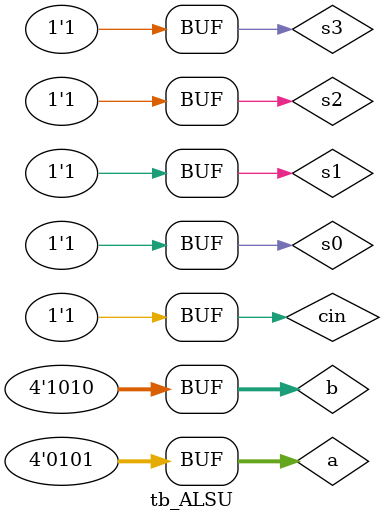
<source format=v>
module fullAdder ( 
    input a,b,cin,
    output sum,cout
);
    
    xor(w0,a,b);
    xor(sum,w0,cin);

    and(w1,a,b);
    and(w2,w0,cin);
    or(cout,w1,w2);

endmodule


// 4to1 mux module
module mux1x4 (
    input i1,i2, i3, i4,s0,s1,
    output y
    );
    
    
    not(ns0 , s0);
    not(ns1 , s1);

    and(w0, i1, ns0, ns1);
    and(w1, i2, ns0, s1);
    and(w2, i3, s0, ns1);
    and(w3, i4, s0, s1);

    or(y,w0,w1,w2,w3);

endmodule



//AC module

module AC (
    input [3:0] a,
    input [3:0] b,
    input s1,s0,cin,
    output [3:0] d,
    output carry
);

    assign z = 0;
    not(o,z);
    
    not(nb0,b[0]);
    mux1x4 m0(b[0],nb0,z,o,s1,s0,y0);

    not(nb1,b[1]);
    mux1x4 m1(b[1],nb1,z,o,s1,s0,y1);

    not(nb2,b[2]);
    mux1x4 m2(b[2],nb2,z,o,s1,s0,y2);

    not(nb3,b[3]);
    mux1x4 m3(b[3],nb3,z,o,s1,s0,y3);

    fullAdder f0(a[0],y0,cin,d[0],c0);
    fullAdder f1(a[1],y1,c0,d[1],c1);
    fullAdder f2(a[2],y2,c1,d[2],c2);
    fullAdder f3(a[3],y3,c2,d[3],carry);


    
endmodule


//  LOGIC MICROOPERATIONS module
module micro (
    input [3:0] a,
    input [3:0] b,
    input s0,s1,
    output [3:0] f
);

    and(i00,a[0],b[0]);
    or(i01,a[0],b[0]);
    xor(i02,a[0],b[0]);
    not(i03,a[0]);
    mux1x4 m0(i00,i01,i02,i03,s0,s1,f[0]);

    and(i10,a[1],b[1]);
    or(i11,a[1],b[1]);
    xor(i12,a[1],b[1]);
    not(i13,a[1]);
    mux1x4 m1(i10,i11,i12,i13,s0,s1,f[1]);

    and(i20,a[2],b[2]);
    or(i21,a[2],b[2]);
    xor(i22,a[2],b[2]);
    not(i23,a[2]);
    mux1x4 m2(i20,i21,i22,i23,s0,s1,f[2]);

    and(i30,a[3],b[3]);
    or(i31,a[3],b[3]);
    xor(i32,a[3],b[3]);
    not(i33,a[3]);
    mux1x4 m3(i30,i31,i32,i33,s0,s1,f[3]);

endmodule


module mux_4to1 (
    input wire [3:0] a, b, c, d, 
    input s0, s1, 
    output reg [3:0] out);
    always @ (a or b or c or d or s0 or s1)
    begin
        if (s0 == 0 && s1 == 0)
          out <= a;
        else if (s0 == 0 && s1 == 1)
         out <= b;
        else if (s0 == 1 && s1 == 0)
          out <= c;
     else if (s0 == 1 && s1 == 1)
          out <= d;
end
endmodule

// shif module

module shift (
    input [3:0] a,
    output [3:0] r,l
);

    assign r = a>>1;
    assign l = a<<1;
    
endmodule


// ARITHMETIC LOGIC SHIFT UNIT module


module ALSU(
    input s0,s1,s2,s3,cin,
    input [3:0] a,b,
    output [3:0] f,
    output carry
);
    wire [0:3] d;
    AC ac(b,a,s1,s0,cin,d,carry);

    wire [3:0] e;
    micro mic(b,a,s1,s0,e);

    wire [3:0] shra,shla;
    shift sh(a,shra,shla);

    mux_4to1 mux_4to1(d,e,shra,shla,s3,s2,f);
    
endmodule


// ARITHMETIC LOGIC SHIFT UNIT test

module tb_ALSU ();
    reg s0,s1,s2,s3,cin;
    reg [3:0] a,b;
    wire [3:0] f;
    wire carry;

    ALSU alsu(s0,s1,s2,s3,cin,a,b,f,carry);

    initial begin
        a = 4'b0101;
        b = 4'b1010;
        s0 = 0;
        s1 = 0;
        s2 = 0;
        s3 = 0;
        cin = 0;
        #100;

        a = 4'b0101;
        b = 4'b1010;
        s0 = 0;
        s1 = 0;
        s2 = 0;
        s3 = 0;
        cin = 1;
        #100;

        a = 4'b1101;
        b = 4'b0010;
        s0 = 1;
        s1 = 0;
        s2 = 0;
        s3 = 0;
        cin = 0;
        #100;

        a = 4'b0101;
        b = 4'b1010;
        s0 = 1;
        s1 = 0;
        s2 = 0;
        s3 = 0;
        cin = 1;
        #100;

        a = 4'b0101;
        b = 4'b1010;
        s0 = 0;
        s1 = 1;
        s2 = 0;
        s3 = 0;
        cin = 0;
        #100;

        a = 4'b0101;
        b = 4'b1010;
        s0 = 0;
        s1 = 1;
        s2 = 0;
        s3 = 0;
        cin = 1;
        #100;

        a = 4'b0101;
        b = 4'b1010;
        s0 = 1;
        s1 = 1;
        s2 = 0;
        s3 = 0;
        cin = 0;
        #100;

        a = 4'b0101;
        b = 4'b1010;
        s0 = 1;
        s1 = 1;
        s2 = 0;
        s3 = 0;
        cin = 1;
        #100;

// ============================================================================
        a = 4'b0101;
        b = 4'b1010;
        s0 = 0;
        s1 = 0;
        s2 = 1;
        s3 = 0;
        #100;

        a = 4'b0101;
        b = 4'b1010;
        s0 = 1;
        s1 = 0;
        s2 = 1;
        s3 = 0;
        #100;

        a = 4'b0101;
        b = 4'b1010;
        s0 = 0;
        s1 = 1;
        s2 = 1;
        s3 = 0;
        #100;

        a = 4'b0101;
        b = 4'b1010;
        s0 = 1;
        s1 = 1;
        s2 = 1;
        s3 = 0;
        #100;

        a = 4'b0101;
        b = 4'b1010;
        s0 = 1;
        s1 = 1;
        s2 = 0;
        s3 = 1;
        #100;

        a = 4'b0101;
        b = 4'b1010;
        s0 = 1;
        s1 = 1;
        s2 = 1;
        s3 = 1;
        #100;
    end
    
endmodule




</source>
